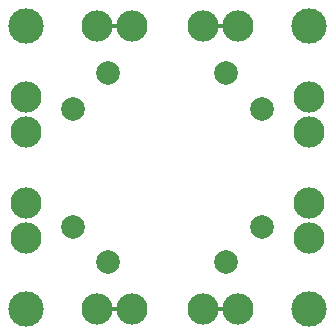
<source format=gbl>
G04*
G04 #@! TF.GenerationSoftware,Altium Limited,CircuitMaker,2.3.0 (2.3.0.3)*
G04*
G04 Layer_Physical_Order=2*
G04 Layer_Color=11436288*
%FSLAX42Y42*%
%MOMM*%
G71*
G04*
G04 #@! TF.SameCoordinates,BD1277A7-5FEE-40B5-B0EC-F627505D423F*
G04*
G04*
G04 #@! TF.FilePolarity,Positive*
G04*
G01*
G75*
%ADD14C,0.30*%
%ADD15C,2.64*%
%ADD16C,3.00*%
%ADD17C,2.00*%
D14*
X7600Y11500D02*
X7900D01*
X7600Y9100D02*
X7900D01*
X8500Y11500D02*
X8800D01*
X8500Y9100D02*
X8800D01*
D15*
D03*
X8500D02*
D03*
X7900D02*
D03*
X7600D02*
D03*
X9400Y9700D02*
D03*
Y10000D02*
D03*
X7000D02*
D03*
Y9700D02*
D03*
X9400Y10600D02*
D03*
Y10900D02*
D03*
X7000D02*
D03*
Y10600D02*
D03*
X8500Y11500D02*
D03*
X7600D02*
D03*
X8800D02*
D03*
X7900D02*
D03*
D16*
X7000Y9100D02*
D03*
X9400D02*
D03*
Y11500D02*
D03*
X7000D02*
D03*
D03*
D17*
X9000Y9800D02*
D03*
X8700Y9500D02*
D03*
X9000Y10800D02*
D03*
X8700Y11100D02*
D03*
X7400Y9800D02*
D03*
X7700Y9500D02*
D03*
X7400Y10800D02*
D03*
X7700Y11100D02*
D03*
M02*

</source>
